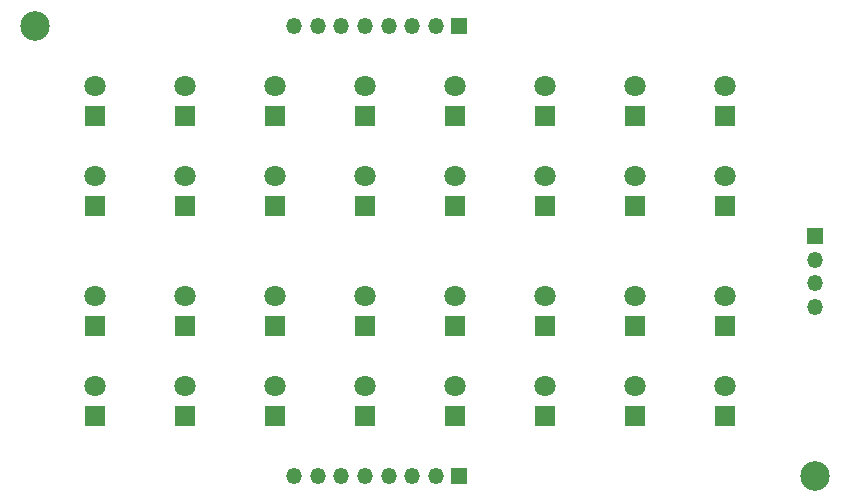
<source format=gbs>
%TF.GenerationSoftware,KiCad,Pcbnew,7.0.8*%
%TF.CreationDate,2023-10-08T00:11:49-07:00*%
%TF.ProjectId,htpm_control_module_status,6874706d-5f63-46f6-9e74-726f6c5f6d6f,1*%
%TF.SameCoordinates,Original*%
%TF.FileFunction,Soldermask,Bot*%
%TF.FilePolarity,Negative*%
%FSLAX46Y46*%
G04 Gerber Fmt 4.6, Leading zero omitted, Abs format (unit mm)*
G04 Created by KiCad (PCBNEW 7.0.8) date 2023-10-08 00:11:49*
%MOMM*%
%LPD*%
G01*
G04 APERTURE LIST*
%ADD10R,1.800000X1.800000*%
%ADD11C,1.800000*%
%ADD12R,1.350000X1.350000*%
%ADD13O,1.350000X1.350000*%
%ADD14C,2.500000*%
G04 APERTURE END LIST*
D10*
%TO.C,D28*%
X134620000Y-104140000D03*
D11*
X134620000Y-101600000D03*
%TD*%
D10*
%TO.C,D24*%
X165100000Y-96520000D03*
D11*
X165100000Y-93980000D03*
%TD*%
D12*
%TO.C,J3*%
X142620000Y-109220000D03*
D13*
X140620000Y-109220000D03*
X138620000Y-109220000D03*
X136620000Y-109220000D03*
X134620000Y-109220000D03*
X132620000Y-109220000D03*
X130620000Y-109220000D03*
X128620000Y-109220000D03*
%TD*%
D10*
%TO.C,D30*%
X149860000Y-104140000D03*
D11*
X149860000Y-101600000D03*
%TD*%
D10*
%TO.C,D10*%
X119380000Y-86360000D03*
D11*
X119380000Y-83820000D03*
%TD*%
D10*
%TO.C,D14*%
X149860000Y-86360000D03*
D11*
X149860000Y-83820000D03*
%TD*%
D10*
%TO.C,D2*%
X119380000Y-78740000D03*
D11*
X119380000Y-76200000D03*
%TD*%
D10*
%TO.C,D26*%
X119380000Y-104140000D03*
D11*
X119380000Y-101600000D03*
%TD*%
D14*
%TO.C,H1*%
X106680000Y-71120000D03*
%TD*%
D10*
%TO.C,D32*%
X165100000Y-104140000D03*
D11*
X165100000Y-101600000D03*
%TD*%
D10*
%TO.C,D20*%
X134620000Y-96520000D03*
D11*
X134620000Y-93980000D03*
%TD*%
D10*
%TO.C,D25*%
X111760000Y-104140000D03*
D11*
X111760000Y-101600000D03*
%TD*%
D10*
%TO.C,D27*%
X127000000Y-104140000D03*
D11*
X127000000Y-101600000D03*
%TD*%
D12*
%TO.C,J1*%
X142620000Y-71120000D03*
D13*
X140620000Y-71120000D03*
X138620000Y-71120000D03*
X136620000Y-71120000D03*
X134620000Y-71120000D03*
X132620000Y-71120000D03*
X130620000Y-71120000D03*
X128620000Y-71120000D03*
%TD*%
D10*
%TO.C,D9*%
X111760000Y-86360000D03*
D11*
X111760000Y-83820000D03*
%TD*%
D10*
%TO.C,D16*%
X165100000Y-86360000D03*
D11*
X165100000Y-83820000D03*
%TD*%
D10*
%TO.C,D5*%
X142240000Y-78740000D03*
D11*
X142240000Y-76200000D03*
%TD*%
D10*
%TO.C,D12*%
X134620000Y-86360000D03*
D11*
X134620000Y-83820000D03*
%TD*%
D10*
%TO.C,D23*%
X157480000Y-96520000D03*
D11*
X157480000Y-93980000D03*
%TD*%
D10*
%TO.C,D6*%
X149860000Y-78740000D03*
D11*
X149860000Y-76200000D03*
%TD*%
D14*
%TO.C,H2*%
X172720000Y-109220000D03*
%TD*%
D10*
%TO.C,D22*%
X149860000Y-96520000D03*
D11*
X149860000Y-93980000D03*
%TD*%
D10*
%TO.C,D17*%
X111760000Y-96520000D03*
D11*
X111760000Y-93980000D03*
%TD*%
D10*
%TO.C,D8*%
X165100000Y-78740000D03*
D11*
X165100000Y-76200000D03*
%TD*%
D10*
%TO.C,D13*%
X142240000Y-86360000D03*
D11*
X142240000Y-83820000D03*
%TD*%
D12*
%TO.C,J2*%
X172720000Y-88900000D03*
D13*
X172720000Y-90900000D03*
X172720000Y-92900000D03*
X172720000Y-94900000D03*
%TD*%
D10*
%TO.C,D11*%
X127000000Y-86360000D03*
D11*
X127000000Y-83820000D03*
%TD*%
D10*
%TO.C,D31*%
X157480000Y-104140000D03*
D11*
X157480000Y-101600000D03*
%TD*%
D10*
%TO.C,D1*%
X111760000Y-78740000D03*
D11*
X111760000Y-76200000D03*
%TD*%
D10*
%TO.C,D4*%
X134620000Y-78740000D03*
D11*
X134620000Y-76200000D03*
%TD*%
D10*
%TO.C,D7*%
X157480000Y-78740000D03*
D11*
X157480000Y-76200000D03*
%TD*%
D10*
%TO.C,D19*%
X127000000Y-96520000D03*
D11*
X127000000Y-93980000D03*
%TD*%
D10*
%TO.C,D3*%
X127000000Y-78740000D03*
D11*
X127000000Y-76200000D03*
%TD*%
D10*
%TO.C,D15*%
X157480000Y-86360000D03*
D11*
X157480000Y-83820000D03*
%TD*%
D10*
%TO.C,D29*%
X142240000Y-104140000D03*
D11*
X142240000Y-101600000D03*
%TD*%
D10*
%TO.C,D21*%
X142240000Y-96520000D03*
D11*
X142240000Y-93980000D03*
%TD*%
D10*
%TO.C,D18*%
X119380000Y-96520000D03*
D11*
X119380000Y-93980000D03*
%TD*%
M02*

</source>
